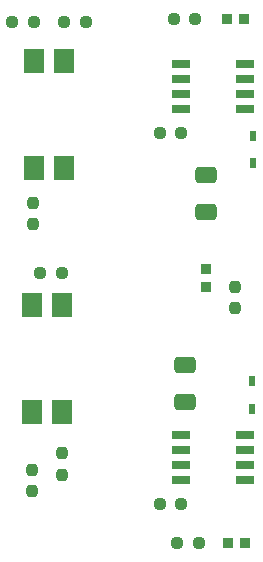
<source format=gtp>
G04 #@! TF.GenerationSoftware,KiCad,Pcbnew,(7.0.0)*
G04 #@! TF.CreationDate,2023-05-21T08:53:19-04:00*
G04 #@! TF.ProjectId,Solenoid_Driver,536f6c65-6e6f-4696-945f-447269766572,V1.0*
G04 #@! TF.SameCoordinates,Original*
G04 #@! TF.FileFunction,Paste,Top*
G04 #@! TF.FilePolarity,Positive*
%FSLAX46Y46*%
G04 Gerber Fmt 4.6, Leading zero omitted, Abs format (unit mm)*
G04 Created by KiCad (PCBNEW (7.0.0)) date 2023-05-21 08:53:19*
%MOMM*%
%LPD*%
G01*
G04 APERTURE LIST*
G04 Aperture macros list*
%AMRoundRect*
0 Rectangle with rounded corners*
0 $1 Rounding radius*
0 $2 $3 $4 $5 $6 $7 $8 $9 X,Y pos of 4 corners*
0 Add a 4 corners polygon primitive as box body*
4,1,4,$2,$3,$4,$5,$6,$7,$8,$9,$2,$3,0*
0 Add four circle primitives for the rounded corners*
1,1,$1+$1,$2,$3*
1,1,$1+$1,$4,$5*
1,1,$1+$1,$6,$7*
1,1,$1+$1,$8,$9*
0 Add four rect primitives between the rounded corners*
20,1,$1+$1,$2,$3,$4,$5,0*
20,1,$1+$1,$4,$5,$6,$7,0*
20,1,$1+$1,$6,$7,$8,$9,0*
20,1,$1+$1,$8,$9,$2,$3,0*%
G04 Aperture macros list end*
%ADD10R,0.600000X0.900000*%
%ADD11RoundRect,0.250000X-0.650000X0.412500X-0.650000X-0.412500X0.650000X-0.412500X0.650000X0.412500X0*%
%ADD12RoundRect,0.237500X-0.250000X-0.237500X0.250000X-0.237500X0.250000X0.237500X-0.250000X0.237500X0*%
%ADD13R,1.780000X2.082800*%
%ADD14R,0.950000X0.950000*%
%ADD15RoundRect,0.237500X0.250000X0.237500X-0.250000X0.237500X-0.250000X-0.237500X0.250000X-0.237500X0*%
%ADD16R,1.500000X0.650000*%
%ADD17RoundRect,0.237500X-0.237500X0.250000X-0.237500X-0.250000X0.237500X-0.250000X0.237500X0.250000X0*%
%ADD18RoundRect,0.237500X0.237500X-0.250000X0.237500X0.250000X-0.237500X0.250000X-0.237500X-0.250000X0*%
G04 APERTURE END LIST*
D10*
X155899999Y-77749999D03*
X155899999Y-75449999D03*
X155799999Y-96219999D03*
X155799999Y-98519999D03*
D11*
X151900000Y-81862500D03*
X151900000Y-78737500D03*
D12*
X151312500Y-109900000D03*
X149487500Y-109900000D03*
D13*
X137329999Y-69066099D03*
X139869999Y-69066099D03*
X139869999Y-78133899D03*
X137329999Y-78133899D03*
D14*
X153749999Y-109899999D03*
X155249999Y-109899999D03*
X151899999Y-88199999D03*
X151899999Y-86699999D03*
D15*
X147975000Y-75200000D03*
X149800000Y-75200000D03*
D16*
X155199999Y-100789999D03*
X155199999Y-102059999D03*
X155199999Y-103329999D03*
X155199999Y-104599999D03*
X149799999Y-104599999D03*
X149799999Y-103329999D03*
X149799999Y-102059999D03*
X149799999Y-100789999D03*
D17*
X137300000Y-81087500D03*
X137300000Y-82912500D03*
D15*
X147987500Y-106620000D03*
X149812500Y-106620000D03*
D12*
X149187500Y-65500000D03*
X151012500Y-65500000D03*
D14*
X155149999Y-65499999D03*
X153649999Y-65499999D03*
D18*
X137200000Y-103687500D03*
X137200000Y-105512500D03*
X154400000Y-88187500D03*
X154400000Y-90012500D03*
D11*
X150100000Y-97962500D03*
X150100000Y-94837500D03*
D13*
X139743185Y-98833899D03*
X137203185Y-98833899D03*
X137203185Y-89766099D03*
X139743185Y-89766099D03*
D15*
X139887500Y-65800000D03*
X141712500Y-65800000D03*
D12*
X137312500Y-65800000D03*
X135487500Y-65800000D03*
D16*
X155199999Y-69319999D03*
X155199999Y-70589999D03*
X155199999Y-71859999D03*
X155199999Y-73129999D03*
X149799999Y-73129999D03*
X149799999Y-71859999D03*
X149799999Y-70589999D03*
X149799999Y-69319999D03*
D15*
X137875000Y-87000000D03*
X139700000Y-87000000D03*
D18*
X139700000Y-102287500D03*
X139700000Y-104112500D03*
M02*

</source>
